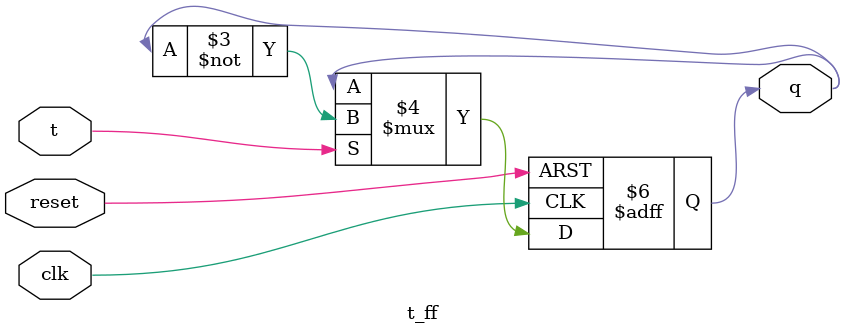
<source format=sv>
module t_ff(input t, clk, reset, output logic q);

always_ff @(posedge clk, negedge reset) begin

if (reset == 1'b0)begin
  q <= 1'b0;
  end
else  begin
 if (t) begin
  q <= ~q;
  end
 end
end

endmodule

</source>
